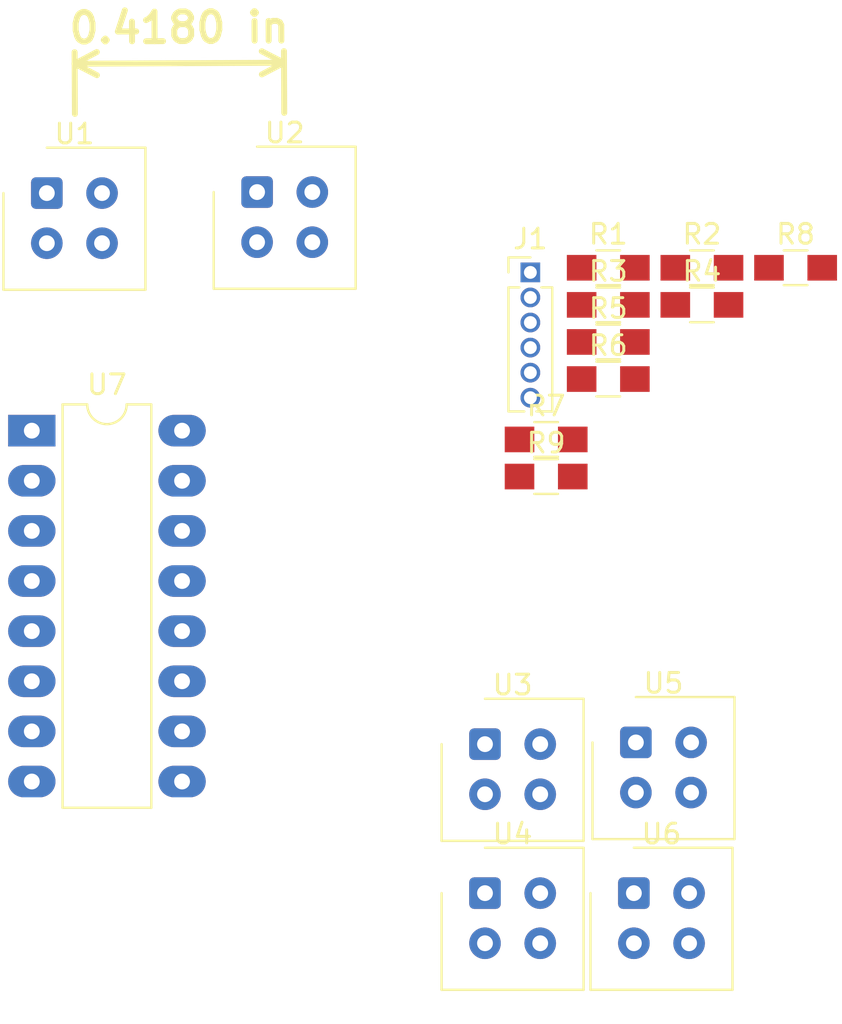
<source format=kicad_pcb>
(kicad_pcb (version 20171130) (host pcbnew "(5.0.1)-4")

  (general
    (thickness 1.6)
    (drawings 1)
    (tracks 0)
    (zones 0)
    (modules 17)
    (nets 19)
  )

  (page A4)
  (layers
    (0 F.Cu signal)
    (31 B.Cu signal)
    (32 B.Adhes user)
    (33 F.Adhes user)
    (34 B.Paste user)
    (35 F.Paste user)
    (36 B.SilkS user)
    (37 F.SilkS user)
    (38 B.Mask user)
    (39 F.Mask user)
    (40 Dwgs.User user)
    (41 Cmts.User user)
    (42 Eco1.User user)
    (43 Eco2.User user)
    (44 Edge.Cuts user)
    (45 Margin user)
    (46 B.CrtYd user)
    (47 F.CrtYd user)
    (48 B.Fab user)
    (49 F.Fab user)
  )

  (setup
    (last_trace_width 0.25)
    (trace_clearance 0.2)
    (zone_clearance 0.508)
    (zone_45_only no)
    (trace_min 0.2)
    (segment_width 0.2)
    (edge_width 0.15)
    (via_size 0.8)
    (via_drill 0.4)
    (via_min_size 0.4)
    (via_min_drill 0.3)
    (uvia_size 0.3)
    (uvia_drill 0.1)
    (uvias_allowed no)
    (uvia_min_size 0.2)
    (uvia_min_drill 0.1)
    (pcb_text_width 0.3)
    (pcb_text_size 1.5 1.5)
    (mod_edge_width 0.15)
    (mod_text_size 1 1)
    (mod_text_width 0.15)
    (pad_size 1.524 1.524)
    (pad_drill 0.762)
    (pad_to_mask_clearance 0.051)
    (solder_mask_min_width 0.25)
    (aux_axis_origin 0 0)
    (visible_elements 7FFFFFFF)
    (pcbplotparams
      (layerselection 0x010fc_ffffffff)
      (usegerberextensions false)
      (usegerberattributes false)
      (usegerberadvancedattributes false)
      (creategerberjobfile false)
      (excludeedgelayer true)
      (linewidth 0.100000)
      (plotframeref false)
      (viasonmask false)
      (mode 1)
      (useauxorigin false)
      (hpglpennumber 1)
      (hpglpenspeed 20)
      (hpglpendiameter 15.000000)
      (psnegative false)
      (psa4output false)
      (plotreference true)
      (plotvalue true)
      (plotinvisibletext false)
      (padsonsilk false)
      (subtractmaskfromsilk false)
      (outputformat 1)
      (mirror false)
      (drillshape 1)
      (scaleselection 1)
      (outputdirectory ""))
  )

  (net 0 "")
  (net 1 /linea_selec)
  (net 2 /linea3)
  (net 3 /linea2)
  (net 4 /linea1)
  (net 5 GND)
  (net 6 +5V)
  (net 7 "Net-(R1-Pad2)")
  (net 8 "Net-(R1-Pad1)")
  (net 9 /sensor4)
  (net 10 /sensor1)
  (net 11 "Net-(R4-Pad1)")
  (net 12 "Net-(R4-Pad2)")
  (net 13 /sensor2)
  (net 14 /sensor5)
  (net 15 "Net-(R7-Pad2)")
  (net 16 "Net-(R7-Pad1)")
  (net 17 /sensor3)
  (net 18 /sensor6)

  (net_class Default "Esta es la clase de red por defecto."
    (clearance 0.2)
    (trace_width 0.25)
    (via_dia 0.8)
    (via_drill 0.4)
    (uvia_dia 0.3)
    (uvia_drill 0.1)
    (add_net +5V)
    (add_net /linea1)
    (add_net /linea2)
    (add_net /linea3)
    (add_net /linea_selec)
    (add_net /sensor1)
    (add_net /sensor2)
    (add_net /sensor3)
    (add_net /sensor4)
    (add_net /sensor5)
    (add_net /sensor6)
    (add_net GND)
    (add_net "Net-(R1-Pad1)")
    (add_net "Net-(R1-Pad2)")
    (add_net "Net-(R4-Pad1)")
    (add_net "Net-(R4-Pad2)")
    (add_net "Net-(R7-Pad1)")
    (add_net "Net-(R7-Pad2)")
  )

  (module Pin_Headers:Pin_Header_Straight_1x06_Pitch1.27mm (layer F.Cu) (tedit 59650535) (tstamp 5BF00754)
    (at 120.785401 60.915801)
    (descr "Through hole straight pin header, 1x06, 1.27mm pitch, single row")
    (tags "Through hole pin header THT 1x06 1.27mm single row")
    (path /5BF40C6D)
    (fp_text reference J1 (at 0 -1.695) (layer F.SilkS)
      (effects (font (size 1 1) (thickness 0.15)))
    )
    (fp_text value Conn_01x06_Female (at 0 8.045) (layer F.Fab)
      (effects (font (size 1 1) (thickness 0.15)))
    )
    (fp_text user %R (at 0 3.175 90) (layer F.Fab)
      (effects (font (size 1 1) (thickness 0.15)))
    )
    (fp_line (start 1.55 -1.15) (end -1.55 -1.15) (layer F.CrtYd) (width 0.05))
    (fp_line (start 1.55 7.5) (end 1.55 -1.15) (layer F.CrtYd) (width 0.05))
    (fp_line (start -1.55 7.5) (end 1.55 7.5) (layer F.CrtYd) (width 0.05))
    (fp_line (start -1.55 -1.15) (end -1.55 7.5) (layer F.CrtYd) (width 0.05))
    (fp_line (start -1.11 -0.76) (end 0 -0.76) (layer F.SilkS) (width 0.12))
    (fp_line (start -1.11 0) (end -1.11 -0.76) (layer F.SilkS) (width 0.12))
    (fp_line (start 0.563471 0.76) (end 1.11 0.76) (layer F.SilkS) (width 0.12))
    (fp_line (start -1.11 0.76) (end -0.563471 0.76) (layer F.SilkS) (width 0.12))
    (fp_line (start 1.11 0.76) (end 1.11 7.045) (layer F.SilkS) (width 0.12))
    (fp_line (start -1.11 0.76) (end -1.11 7.045) (layer F.SilkS) (width 0.12))
    (fp_line (start 0.30753 7.045) (end 1.11 7.045) (layer F.SilkS) (width 0.12))
    (fp_line (start -1.11 7.045) (end -0.30753 7.045) (layer F.SilkS) (width 0.12))
    (fp_line (start -1.05 -0.11) (end -0.525 -0.635) (layer F.Fab) (width 0.1))
    (fp_line (start -1.05 6.985) (end -1.05 -0.11) (layer F.Fab) (width 0.1))
    (fp_line (start 1.05 6.985) (end -1.05 6.985) (layer F.Fab) (width 0.1))
    (fp_line (start 1.05 -0.635) (end 1.05 6.985) (layer F.Fab) (width 0.1))
    (fp_line (start -0.525 -0.635) (end 1.05 -0.635) (layer F.Fab) (width 0.1))
    (pad 6 thru_hole oval (at 0 6.35) (size 1 1) (drill 0.65) (layers *.Cu *.Mask)
      (net 1 /linea_selec))
    (pad 5 thru_hole oval (at 0 5.08) (size 1 1) (drill 0.65) (layers *.Cu *.Mask)
      (net 2 /linea3))
    (pad 4 thru_hole oval (at 0 3.81) (size 1 1) (drill 0.65) (layers *.Cu *.Mask)
      (net 3 /linea2))
    (pad 3 thru_hole oval (at 0 2.54) (size 1 1) (drill 0.65) (layers *.Cu *.Mask)
      (net 4 /linea1))
    (pad 2 thru_hole oval (at 0 1.27) (size 1 1) (drill 0.65) (layers *.Cu *.Mask)
      (net 5 GND))
    (pad 1 thru_hole rect (at 0 0) (size 1 1) (drill 0.65) (layers *.Cu *.Mask)
      (net 6 +5V))
    (model ${KISYS3DMOD}/Pin_Headers.3dshapes/Pin_Header_Straight_1x06_Pitch1.27mm.wrl
      (at (xyz 0 0 0))
      (scale (xyz 1 1 1))
      (rotate (xyz 0 0 0))
    )
  )

  (module Resistors_SMD:R_0805_HandSoldering (layer F.Cu) (tedit 58E0A804) (tstamp 5BF00765)
    (at 124.735401 60.680801)
    (descr "Resistor SMD 0805, hand soldering")
    (tags "resistor 0805")
    (path /5BF1B124)
    (attr smd)
    (fp_text reference R1 (at 0 -1.7) (layer F.SilkS)
      (effects (font (size 1 1) (thickness 0.15)))
    )
    (fp_text value 82 (at 0 1.75) (layer F.Fab)
      (effects (font (size 1 1) (thickness 0.15)))
    )
    (fp_line (start 2.35 0.9) (end -2.35 0.9) (layer F.CrtYd) (width 0.05))
    (fp_line (start 2.35 0.9) (end 2.35 -0.9) (layer F.CrtYd) (width 0.05))
    (fp_line (start -2.35 -0.9) (end -2.35 0.9) (layer F.CrtYd) (width 0.05))
    (fp_line (start -2.35 -0.9) (end 2.35 -0.9) (layer F.CrtYd) (width 0.05))
    (fp_line (start -0.6 -0.88) (end 0.6 -0.88) (layer F.SilkS) (width 0.12))
    (fp_line (start 0.6 0.88) (end -0.6 0.88) (layer F.SilkS) (width 0.12))
    (fp_line (start -1 -0.62) (end 1 -0.62) (layer F.Fab) (width 0.1))
    (fp_line (start 1 -0.62) (end 1 0.62) (layer F.Fab) (width 0.1))
    (fp_line (start 1 0.62) (end -1 0.62) (layer F.Fab) (width 0.1))
    (fp_line (start -1 0.62) (end -1 -0.62) (layer F.Fab) (width 0.1))
    (fp_text user %R (at 0 0) (layer F.Fab)
      (effects (font (size 0.5 0.5) (thickness 0.075)))
    )
    (pad 2 smd rect (at 1.35 0) (size 1.5 1.3) (layers F.Cu F.Paste F.Mask)
      (net 7 "Net-(R1-Pad2)"))
    (pad 1 smd rect (at -1.35 0) (size 1.5 1.3) (layers F.Cu F.Paste F.Mask)
      (net 8 "Net-(R1-Pad1)"))
    (model ${KISYS3DMOD}/Resistors_SMD.3dshapes/R_0805.wrl
      (at (xyz 0 0 0))
      (scale (xyz 1 1 1))
      (rotate (xyz 0 0 0))
    )
  )

  (module Resistors_SMD:R_0805_HandSoldering (layer F.Cu) (tedit 58E0A804) (tstamp 5BF00776)
    (at 129.485401 60.680801)
    (descr "Resistor SMD 0805, hand soldering")
    (tags "resistor 0805")
    (path /5BEFFAFD)
    (attr smd)
    (fp_text reference R2 (at 0 -1.7) (layer F.SilkS)
      (effects (font (size 1 1) (thickness 0.15)))
    )
    (fp_text value 10k (at 0 1.75) (layer F.Fab)
      (effects (font (size 1 1) (thickness 0.15)))
    )
    (fp_line (start 2.35 0.9) (end -2.35 0.9) (layer F.CrtYd) (width 0.05))
    (fp_line (start 2.35 0.9) (end 2.35 -0.9) (layer F.CrtYd) (width 0.05))
    (fp_line (start -2.35 -0.9) (end -2.35 0.9) (layer F.CrtYd) (width 0.05))
    (fp_line (start -2.35 -0.9) (end 2.35 -0.9) (layer F.CrtYd) (width 0.05))
    (fp_line (start -0.6 -0.88) (end 0.6 -0.88) (layer F.SilkS) (width 0.12))
    (fp_line (start 0.6 0.88) (end -0.6 0.88) (layer F.SilkS) (width 0.12))
    (fp_line (start -1 -0.62) (end 1 -0.62) (layer F.Fab) (width 0.1))
    (fp_line (start 1 -0.62) (end 1 0.62) (layer F.Fab) (width 0.1))
    (fp_line (start 1 0.62) (end -1 0.62) (layer F.Fab) (width 0.1))
    (fp_line (start -1 0.62) (end -1 -0.62) (layer F.Fab) (width 0.1))
    (fp_text user %R (at 0 0) (layer F.Fab)
      (effects (font (size 0.5 0.5) (thickness 0.075)))
    )
    (pad 2 smd rect (at 1.35 0) (size 1.5 1.3) (layers F.Cu F.Paste F.Mask)
      (net 9 /sensor4))
    (pad 1 smd rect (at -1.35 0) (size 1.5 1.3) (layers F.Cu F.Paste F.Mask)
      (net 6 +5V))
    (model ${KISYS3DMOD}/Resistors_SMD.3dshapes/R_0805.wrl
      (at (xyz 0 0 0))
      (scale (xyz 1 1 1))
      (rotate (xyz 0 0 0))
    )
  )

  (module Resistors_SMD:R_0805_HandSoldering (layer F.Cu) (tedit 58E0A804) (tstamp 5BF00787)
    (at 124.735401 62.560801)
    (descr "Resistor SMD 0805, hand soldering")
    (tags "resistor 0805")
    (path /5BEFFA29)
    (attr smd)
    (fp_text reference R3 (at 0 -1.7) (layer F.SilkS)
      (effects (font (size 1 1) (thickness 0.15)))
    )
    (fp_text value 10k (at 0 1.75) (layer F.Fab)
      (effects (font (size 1 1) (thickness 0.15)))
    )
    (fp_text user %R (at 0 0) (layer F.Fab)
      (effects (font (size 0.5 0.5) (thickness 0.075)))
    )
    (fp_line (start -1 0.62) (end -1 -0.62) (layer F.Fab) (width 0.1))
    (fp_line (start 1 0.62) (end -1 0.62) (layer F.Fab) (width 0.1))
    (fp_line (start 1 -0.62) (end 1 0.62) (layer F.Fab) (width 0.1))
    (fp_line (start -1 -0.62) (end 1 -0.62) (layer F.Fab) (width 0.1))
    (fp_line (start 0.6 0.88) (end -0.6 0.88) (layer F.SilkS) (width 0.12))
    (fp_line (start -0.6 -0.88) (end 0.6 -0.88) (layer F.SilkS) (width 0.12))
    (fp_line (start -2.35 -0.9) (end 2.35 -0.9) (layer F.CrtYd) (width 0.05))
    (fp_line (start -2.35 -0.9) (end -2.35 0.9) (layer F.CrtYd) (width 0.05))
    (fp_line (start 2.35 0.9) (end 2.35 -0.9) (layer F.CrtYd) (width 0.05))
    (fp_line (start 2.35 0.9) (end -2.35 0.9) (layer F.CrtYd) (width 0.05))
    (pad 1 smd rect (at -1.35 0) (size 1.5 1.3) (layers F.Cu F.Paste F.Mask)
      (net 6 +5V))
    (pad 2 smd rect (at 1.35 0) (size 1.5 1.3) (layers F.Cu F.Paste F.Mask)
      (net 10 /sensor1))
    (model ${KISYS3DMOD}/Resistors_SMD.3dshapes/R_0805.wrl
      (at (xyz 0 0 0))
      (scale (xyz 1 1 1))
      (rotate (xyz 0 0 0))
    )
  )

  (module Resistors_SMD:R_0805_HandSoldering (layer F.Cu) (tedit 58E0A804) (tstamp 5BF00798)
    (at 129.485401 62.560801)
    (descr "Resistor SMD 0805, hand soldering")
    (tags "resistor 0805")
    (path /5BF1C11B)
    (attr smd)
    (fp_text reference R4 (at 0 -1.7) (layer F.SilkS)
      (effects (font (size 1 1) (thickness 0.15)))
    )
    (fp_text value 82 (at 0 1.75) (layer F.Fab)
      (effects (font (size 1 1) (thickness 0.15)))
    )
    (fp_text user %R (at 0 0) (layer F.Fab)
      (effects (font (size 0.5 0.5) (thickness 0.075)))
    )
    (fp_line (start -1 0.62) (end -1 -0.62) (layer F.Fab) (width 0.1))
    (fp_line (start 1 0.62) (end -1 0.62) (layer F.Fab) (width 0.1))
    (fp_line (start 1 -0.62) (end 1 0.62) (layer F.Fab) (width 0.1))
    (fp_line (start -1 -0.62) (end 1 -0.62) (layer F.Fab) (width 0.1))
    (fp_line (start 0.6 0.88) (end -0.6 0.88) (layer F.SilkS) (width 0.12))
    (fp_line (start -0.6 -0.88) (end 0.6 -0.88) (layer F.SilkS) (width 0.12))
    (fp_line (start -2.35 -0.9) (end 2.35 -0.9) (layer F.CrtYd) (width 0.05))
    (fp_line (start -2.35 -0.9) (end -2.35 0.9) (layer F.CrtYd) (width 0.05))
    (fp_line (start 2.35 0.9) (end 2.35 -0.9) (layer F.CrtYd) (width 0.05))
    (fp_line (start 2.35 0.9) (end -2.35 0.9) (layer F.CrtYd) (width 0.05))
    (pad 1 smd rect (at -1.35 0) (size 1.5 1.3) (layers F.Cu F.Paste F.Mask)
      (net 11 "Net-(R4-Pad1)"))
    (pad 2 smd rect (at 1.35 0) (size 1.5 1.3) (layers F.Cu F.Paste F.Mask)
      (net 12 "Net-(R4-Pad2)"))
    (model ${KISYS3DMOD}/Resistors_SMD.3dshapes/R_0805.wrl
      (at (xyz 0 0 0))
      (scale (xyz 1 1 1))
      (rotate (xyz 0 0 0))
    )
  )

  (module Resistors_SMD:R_0805_HandSoldering (layer F.Cu) (tedit 58E0A804) (tstamp 5BF007A9)
    (at 124.735401 64.440801)
    (descr "Resistor SMD 0805, hand soldering")
    (tags "resistor 0805")
    (path /5BEFFA81)
    (attr smd)
    (fp_text reference R5 (at 0 -1.7) (layer F.SilkS)
      (effects (font (size 1 1) (thickness 0.15)))
    )
    (fp_text value 10k (at 0 1.75) (layer F.Fab)
      (effects (font (size 1 1) (thickness 0.15)))
    )
    (fp_line (start 2.35 0.9) (end -2.35 0.9) (layer F.CrtYd) (width 0.05))
    (fp_line (start 2.35 0.9) (end 2.35 -0.9) (layer F.CrtYd) (width 0.05))
    (fp_line (start -2.35 -0.9) (end -2.35 0.9) (layer F.CrtYd) (width 0.05))
    (fp_line (start -2.35 -0.9) (end 2.35 -0.9) (layer F.CrtYd) (width 0.05))
    (fp_line (start -0.6 -0.88) (end 0.6 -0.88) (layer F.SilkS) (width 0.12))
    (fp_line (start 0.6 0.88) (end -0.6 0.88) (layer F.SilkS) (width 0.12))
    (fp_line (start -1 -0.62) (end 1 -0.62) (layer F.Fab) (width 0.1))
    (fp_line (start 1 -0.62) (end 1 0.62) (layer F.Fab) (width 0.1))
    (fp_line (start 1 0.62) (end -1 0.62) (layer F.Fab) (width 0.1))
    (fp_line (start -1 0.62) (end -1 -0.62) (layer F.Fab) (width 0.1))
    (fp_text user %R (at 0 0) (layer F.Fab)
      (effects (font (size 0.5 0.5) (thickness 0.075)))
    )
    (pad 2 smd rect (at 1.35 0) (size 1.5 1.3) (layers F.Cu F.Paste F.Mask)
      (net 13 /sensor2))
    (pad 1 smd rect (at -1.35 0) (size 1.5 1.3) (layers F.Cu F.Paste F.Mask)
      (net 6 +5V))
    (model ${KISYS3DMOD}/Resistors_SMD.3dshapes/R_0805.wrl
      (at (xyz 0 0 0))
      (scale (xyz 1 1 1))
      (rotate (xyz 0 0 0))
    )
  )

  (module Resistors_SMD:R_0805_HandSoldering (layer F.Cu) (tedit 58E0A804) (tstamp 5BF007BA)
    (at 124.735401 66.320801)
    (descr "Resistor SMD 0805, hand soldering")
    (tags "resistor 0805")
    (path /5BEFFB37)
    (attr smd)
    (fp_text reference R6 (at 0 -1.7) (layer F.SilkS)
      (effects (font (size 1 1) (thickness 0.15)))
    )
    (fp_text value 10k (at 0 1.75) (layer F.Fab)
      (effects (font (size 1 1) (thickness 0.15)))
    )
    (fp_line (start 2.35 0.9) (end -2.35 0.9) (layer F.CrtYd) (width 0.05))
    (fp_line (start 2.35 0.9) (end 2.35 -0.9) (layer F.CrtYd) (width 0.05))
    (fp_line (start -2.35 -0.9) (end -2.35 0.9) (layer F.CrtYd) (width 0.05))
    (fp_line (start -2.35 -0.9) (end 2.35 -0.9) (layer F.CrtYd) (width 0.05))
    (fp_line (start -0.6 -0.88) (end 0.6 -0.88) (layer F.SilkS) (width 0.12))
    (fp_line (start 0.6 0.88) (end -0.6 0.88) (layer F.SilkS) (width 0.12))
    (fp_line (start -1 -0.62) (end 1 -0.62) (layer F.Fab) (width 0.1))
    (fp_line (start 1 -0.62) (end 1 0.62) (layer F.Fab) (width 0.1))
    (fp_line (start 1 0.62) (end -1 0.62) (layer F.Fab) (width 0.1))
    (fp_line (start -1 0.62) (end -1 -0.62) (layer F.Fab) (width 0.1))
    (fp_text user %R (at 0 0) (layer F.Fab)
      (effects (font (size 0.5 0.5) (thickness 0.075)))
    )
    (pad 2 smd rect (at 1.35 0) (size 1.5 1.3) (layers F.Cu F.Paste F.Mask)
      (net 14 /sensor5))
    (pad 1 smd rect (at -1.35 0) (size 1.5 1.3) (layers F.Cu F.Paste F.Mask)
      (net 6 +5V))
    (model ${KISYS3DMOD}/Resistors_SMD.3dshapes/R_0805.wrl
      (at (xyz 0 0 0))
      (scale (xyz 1 1 1))
      (rotate (xyz 0 0 0))
    )
  )

  (module Resistors_SMD:R_0805_HandSoldering (layer F.Cu) (tedit 58E0A804) (tstamp 5BF007CB)
    (at 121.585401 69.380801)
    (descr "Resistor SMD 0805, hand soldering")
    (tags "resistor 0805")
    (path /5BF1C177)
    (attr smd)
    (fp_text reference R7 (at 0 -1.7) (layer F.SilkS)
      (effects (font (size 1 1) (thickness 0.15)))
    )
    (fp_text value 82 (at 0 1.75) (layer F.Fab)
      (effects (font (size 1 1) (thickness 0.15)))
    )
    (fp_line (start 2.35 0.9) (end -2.35 0.9) (layer F.CrtYd) (width 0.05))
    (fp_line (start 2.35 0.9) (end 2.35 -0.9) (layer F.CrtYd) (width 0.05))
    (fp_line (start -2.35 -0.9) (end -2.35 0.9) (layer F.CrtYd) (width 0.05))
    (fp_line (start -2.35 -0.9) (end 2.35 -0.9) (layer F.CrtYd) (width 0.05))
    (fp_line (start -0.6 -0.88) (end 0.6 -0.88) (layer F.SilkS) (width 0.12))
    (fp_line (start 0.6 0.88) (end -0.6 0.88) (layer F.SilkS) (width 0.12))
    (fp_line (start -1 -0.62) (end 1 -0.62) (layer F.Fab) (width 0.1))
    (fp_line (start 1 -0.62) (end 1 0.62) (layer F.Fab) (width 0.1))
    (fp_line (start 1 0.62) (end -1 0.62) (layer F.Fab) (width 0.1))
    (fp_line (start -1 0.62) (end -1 -0.62) (layer F.Fab) (width 0.1))
    (fp_text user %R (at 0 0) (layer F.Fab)
      (effects (font (size 0.5 0.5) (thickness 0.075)))
    )
    (pad 2 smd rect (at 1.35 0) (size 1.5 1.3) (layers F.Cu F.Paste F.Mask)
      (net 15 "Net-(R7-Pad2)"))
    (pad 1 smd rect (at -1.35 0) (size 1.5 1.3) (layers F.Cu F.Paste F.Mask)
      (net 16 "Net-(R7-Pad1)"))
    (model ${KISYS3DMOD}/Resistors_SMD.3dshapes/R_0805.wrl
      (at (xyz 0 0 0))
      (scale (xyz 1 1 1))
      (rotate (xyz 0 0 0))
    )
  )

  (module Resistors_SMD:R_0805_HandSoldering (layer F.Cu) (tedit 58E0A804) (tstamp 5BF007DC)
    (at 134.235401 60.680801)
    (descr "Resistor SMD 0805, hand soldering")
    (tags "resistor 0805")
    (path /5BEFFABB)
    (attr smd)
    (fp_text reference R8 (at 0 -1.7) (layer F.SilkS)
      (effects (font (size 1 1) (thickness 0.15)))
    )
    (fp_text value 10k (at 0 1.75) (layer F.Fab)
      (effects (font (size 1 1) (thickness 0.15)))
    )
    (fp_text user %R (at 0 0) (layer F.Fab)
      (effects (font (size 0.5 0.5) (thickness 0.075)))
    )
    (fp_line (start -1 0.62) (end -1 -0.62) (layer F.Fab) (width 0.1))
    (fp_line (start 1 0.62) (end -1 0.62) (layer F.Fab) (width 0.1))
    (fp_line (start 1 -0.62) (end 1 0.62) (layer F.Fab) (width 0.1))
    (fp_line (start -1 -0.62) (end 1 -0.62) (layer F.Fab) (width 0.1))
    (fp_line (start 0.6 0.88) (end -0.6 0.88) (layer F.SilkS) (width 0.12))
    (fp_line (start -0.6 -0.88) (end 0.6 -0.88) (layer F.SilkS) (width 0.12))
    (fp_line (start -2.35 -0.9) (end 2.35 -0.9) (layer F.CrtYd) (width 0.05))
    (fp_line (start -2.35 -0.9) (end -2.35 0.9) (layer F.CrtYd) (width 0.05))
    (fp_line (start 2.35 0.9) (end 2.35 -0.9) (layer F.CrtYd) (width 0.05))
    (fp_line (start 2.35 0.9) (end -2.35 0.9) (layer F.CrtYd) (width 0.05))
    (pad 1 smd rect (at -1.35 0) (size 1.5 1.3) (layers F.Cu F.Paste F.Mask)
      (net 6 +5V))
    (pad 2 smd rect (at 1.35 0) (size 1.5 1.3) (layers F.Cu F.Paste F.Mask)
      (net 17 /sensor3))
    (model ${KISYS3DMOD}/Resistors_SMD.3dshapes/R_0805.wrl
      (at (xyz 0 0 0))
      (scale (xyz 1 1 1))
      (rotate (xyz 0 0 0))
    )
  )

  (module Resistors_SMD:R_0805_HandSoldering (layer F.Cu) (tedit 58E0A804) (tstamp 5BF007ED)
    (at 121.585401 71.260801)
    (descr "Resistor SMD 0805, hand soldering")
    (tags "resistor 0805")
    (path /5BEFFB73)
    (attr smd)
    (fp_text reference R9 (at 0 -1.7) (layer F.SilkS)
      (effects (font (size 1 1) (thickness 0.15)))
    )
    (fp_text value 10k (at 0 1.75) (layer F.Fab)
      (effects (font (size 1 1) (thickness 0.15)))
    )
    (fp_text user %R (at 0 0) (layer F.Fab)
      (effects (font (size 0.5 0.5) (thickness 0.075)))
    )
    (fp_line (start -1 0.62) (end -1 -0.62) (layer F.Fab) (width 0.1))
    (fp_line (start 1 0.62) (end -1 0.62) (layer F.Fab) (width 0.1))
    (fp_line (start 1 -0.62) (end 1 0.62) (layer F.Fab) (width 0.1))
    (fp_line (start -1 -0.62) (end 1 -0.62) (layer F.Fab) (width 0.1))
    (fp_line (start 0.6 0.88) (end -0.6 0.88) (layer F.SilkS) (width 0.12))
    (fp_line (start -0.6 -0.88) (end 0.6 -0.88) (layer F.SilkS) (width 0.12))
    (fp_line (start -2.35 -0.9) (end 2.35 -0.9) (layer F.CrtYd) (width 0.05))
    (fp_line (start -2.35 -0.9) (end -2.35 0.9) (layer F.CrtYd) (width 0.05))
    (fp_line (start 2.35 0.9) (end 2.35 -0.9) (layer F.CrtYd) (width 0.05))
    (fp_line (start 2.35 0.9) (end -2.35 0.9) (layer F.CrtYd) (width 0.05))
    (pad 1 smd rect (at -1.35 0) (size 1.5 1.3) (layers F.Cu F.Paste F.Mask)
      (net 6 +5V))
    (pad 2 smd rect (at 1.35 0) (size 1.5 1.3) (layers F.Cu F.Paste F.Mask)
      (net 18 /sensor6))
    (model ${KISYS3DMOD}/Resistors_SMD.3dshapes/R_0805.wrl
      (at (xyz 0 0 0))
      (scale (xyz 1 1 1))
      (rotate (xyz 0 0 0))
    )
  )

  (module Housings_DIP:DIP-16_W7.62mm_LongPads (layer F.Cu) (tedit 59C78D6B) (tstamp 5BF00811)
    (at 95.504 68.9356)
    (descr "16-lead though-hole mounted DIP package, row spacing 7.62 mm (300 mils), LongPads")
    (tags "THT DIP DIL PDIP 2.54mm 7.62mm 300mil LongPads")
    (path /5BF204D5)
    (fp_text reference U7 (at 3.81 -2.33) (layer F.SilkS)
      (effects (font (size 1 1) (thickness 0.15)))
    )
    (fp_text value 4053 (at 3.81 20.11) (layer F.Fab)
      (effects (font (size 1 1) (thickness 0.15)))
    )
    (fp_text user %R (at 3.81 8.89) (layer F.Fab)
      (effects (font (size 1 1) (thickness 0.15)))
    )
    (fp_line (start 9.1 -1.55) (end -1.45 -1.55) (layer F.CrtYd) (width 0.05))
    (fp_line (start 9.1 19.3) (end 9.1 -1.55) (layer F.CrtYd) (width 0.05))
    (fp_line (start -1.45 19.3) (end 9.1 19.3) (layer F.CrtYd) (width 0.05))
    (fp_line (start -1.45 -1.55) (end -1.45 19.3) (layer F.CrtYd) (width 0.05))
    (fp_line (start 6.06 -1.33) (end 4.81 -1.33) (layer F.SilkS) (width 0.12))
    (fp_line (start 6.06 19.11) (end 6.06 -1.33) (layer F.SilkS) (width 0.12))
    (fp_line (start 1.56 19.11) (end 6.06 19.11) (layer F.SilkS) (width 0.12))
    (fp_line (start 1.56 -1.33) (end 1.56 19.11) (layer F.SilkS) (width 0.12))
    (fp_line (start 2.81 -1.33) (end 1.56 -1.33) (layer F.SilkS) (width 0.12))
    (fp_line (start 0.635 -0.27) (end 1.635 -1.27) (layer F.Fab) (width 0.1))
    (fp_line (start 0.635 19.05) (end 0.635 -0.27) (layer F.Fab) (width 0.1))
    (fp_line (start 6.985 19.05) (end 0.635 19.05) (layer F.Fab) (width 0.1))
    (fp_line (start 6.985 -1.27) (end 6.985 19.05) (layer F.Fab) (width 0.1))
    (fp_line (start 1.635 -1.27) (end 6.985 -1.27) (layer F.Fab) (width 0.1))
    (fp_arc (start 3.81 -1.33) (end 2.81 -1.33) (angle -180) (layer F.SilkS) (width 0.12))
    (pad 16 thru_hole oval (at 7.62 0) (size 2.4 1.6) (drill 0.8) (layers *.Cu *.Mask)
      (net 6 +5V))
    (pad 8 thru_hole oval (at 0 17.78) (size 2.4 1.6) (drill 0.8) (layers *.Cu *.Mask)
      (net 5 GND))
    (pad 15 thru_hole oval (at 7.62 2.54) (size 2.4 1.6) (drill 0.8) (layers *.Cu *.Mask)
      (net 3 /linea2))
    (pad 7 thru_hole oval (at 0 15.24) (size 2.4 1.6) (drill 0.8) (layers *.Cu *.Mask)
      (net 5 GND))
    (pad 14 thru_hole oval (at 7.62 5.08) (size 2.4 1.6) (drill 0.8) (layers *.Cu *.Mask)
      (net 4 /linea1))
    (pad 6 thru_hole oval (at 0 12.7) (size 2.4 1.6) (drill 0.8) (layers *.Cu *.Mask)
      (net 5 GND))
    (pad 13 thru_hole oval (at 7.62 7.62) (size 2.4 1.6) (drill 0.8) (layers *.Cu *.Mask)
      (net 13 /sensor2))
    (pad 5 thru_hole oval (at 0 10.16) (size 2.4 1.6) (drill 0.8) (layers *.Cu *.Mask)
      (net 14 /sensor5))
    (pad 12 thru_hole oval (at 7.62 10.16) (size 2.4 1.6) (drill 0.8) (layers *.Cu *.Mask)
      (net 10 /sensor1))
    (pad 4 thru_hole oval (at 0 7.62) (size 2.4 1.6) (drill 0.8) (layers *.Cu *.Mask)
      (net 2 /linea3))
    (pad 11 thru_hole oval (at 7.62 12.7) (size 2.4 1.6) (drill 0.8) (layers *.Cu *.Mask)
      (net 1 /linea_selec))
    (pad 3 thru_hole oval (at 0 5.08) (size 2.4 1.6) (drill 0.8) (layers *.Cu *.Mask)
      (net 18 /sensor6))
    (pad 10 thru_hole oval (at 7.62 15.24) (size 2.4 1.6) (drill 0.8) (layers *.Cu *.Mask)
      (net 1 /linea_selec))
    (pad 2 thru_hole oval (at 0 2.54) (size 2.4 1.6) (drill 0.8) (layers *.Cu *.Mask)
      (net 17 /sensor3))
    (pad 9 thru_hole oval (at 7.62 17.78) (size 2.4 1.6) (drill 0.8) (layers *.Cu *.Mask)
      (net 1 /linea_selec))
    (pad 1 thru_hole rect (at 0 0) (size 2.4 1.6) (drill 0.8) (layers *.Cu *.Mask)
      (net 9 /sensor4))
    (model ${KISYS3DMOD}/Housings_DIP.3dshapes/DIP-16_W7.62mm.wrl
      (at (xyz 0 0 0))
      (scale (xyz 1 1 1))
      (rotate (xyz 0 0 0))
    )
  )

  (module OptoDevice:Vishay_CNY70 (layer F.Cu) (tedit 5B8AF8E9) (tstamp 5BF01AA2)
    (at 96.266 56.896)
    (descr "package for Vishay CNY70 refective photo coupler/interrupter")
    (tags "Vishay CNY70 refective photo coupler")
    (path /5BEFF33A)
    (fp_text reference U1 (at 1.4 -3) (layer F.SilkS)
      (effects (font (size 1 1) (thickness 0.15)))
    )
    (fp_text value CNY70 (at 1.4 5.8) (layer F.Fab)
      (effects (font (size 1 1) (thickness 0.15)))
    )
    (fp_text user %R (at 1.333399 -3.084601) (layer F.Fab)
      (effects (font (size 1 1) (thickness 0.15)))
    )
    (fp_line (start 5 4.9) (end 5 -2.3) (layer F.SilkS) (width 0.12))
    (fp_line (start -2.2 4.9) (end 5 4.9) (layer F.SilkS) (width 0.12))
    (fp_line (start -2.2 0) (end -2.2 4.9) (layer F.SilkS) (width 0.12))
    (fp_line (start 5 -2.3) (end 0 -2.3) (layer F.SilkS) (width 0.12))
    (fp_line (start -1.1 3.9) (end 3.9 3.9) (layer F.Fab) (width 0.1))
    (fp_line (start -1.1 -1.2) (end -1.1 3.9) (layer F.Fab) (width 0.1))
    (fp_line (start 3.9 -1.2) (end -1.1 -1.2) (layer F.Fab) (width 0.1))
    (fp_line (start 3.9 3.9) (end 3.9 -1.2) (layer F.Fab) (width 0.1))
    (fp_line (start 1.2 4.5) (end 1.2 4.8) (layer F.Fab) (width 0.1))
    (fp_line (start 1.6 4.5) (end 1.2 4.5) (layer F.Fab) (width 0.1))
    (fp_line (start 1.6 4.8) (end 1.6 4.5) (layer F.Fab) (width 0.1))
    (fp_line (start 1.6 -1.9) (end 1.6 -2.2) (layer F.Fab) (width 0.1))
    (fp_line (start 1.2 -1.9) (end 1.6 -1.9) (layer F.Fab) (width 0.1))
    (fp_line (start 1.2 -2.2) (end 1.2 -1.9) (layer F.Fab) (width 0.1))
    (fp_line (start -2.1 -1.2) (end -1.1 -2.2) (layer F.Fab) (width 0.1))
    (fp_line (start -2.1 4.8) (end -2.1 -1.2) (layer F.Fab) (width 0.1))
    (fp_line (start 4.9 4.8) (end -2.1 4.8) (layer F.Fab) (width 0.1))
    (fp_line (start 4.9 -2.2) (end 4.9 4.8) (layer F.Fab) (width 0.1))
    (fp_line (start -1.1 -2.2) (end 4.9 -2.2) (layer F.Fab) (width 0.1))
    (fp_line (start -2.35 -2.45) (end 5.15 -2.45) (layer F.CrtYd) (width 0.05))
    (fp_line (start -2.35 -2.45) (end -2.35 5.05) (layer F.CrtYd) (width 0.05))
    (fp_line (start 5.15 5.05) (end 5.15 -2.45) (layer F.CrtYd) (width 0.05))
    (fp_line (start 5.15 5.05) (end -2.35 5.05) (layer F.CrtYd) (width 0.05))
    (pad 4 thru_hole circle (at 2.8 0) (size 1.6 1.6) (drill 0.8) (layers *.Cu *.Mask)
      (net 5 GND))
    (pad 3 thru_hole circle (at 2.8 2.54) (size 1.6 1.6) (drill 0.8) (layers *.Cu *.Mask)
      (net 9 /sensor4))
    (pad 2 thru_hole circle (at 0 2.54) (size 1.6 1.6) (drill 0.8) (layers *.Cu *.Mask)
      (net 5 GND))
    (pad 1 thru_hole roundrect (at 0 0) (size 1.6 1.6) (drill 0.8) (layers *.Cu *.Mask) (roundrect_rratio 0.156)
      (net 7 "Net-(R1-Pad2)"))
    (model ${KISYS3DMOD}/OptoDevice.3dshapes/Vishay_CNY70.wrl
      (at (xyz 0 0 0))
      (scale (xyz 1 1 1))
      (rotate (xyz 0 0 0))
    )
  )

  (module OptoDevice:Vishay_CNY70 (layer F.Cu) (tedit 5B8AF8E9) (tstamp 5BF01AC2)
    (at 106.928 56.8452)
    (descr "package for Vishay CNY70 refective photo coupler/interrupter")
    (tags "Vishay CNY70 refective photo coupler")
    (path /5BEFF163)
    (fp_text reference U2 (at 1.4 -3) (layer F.SilkS)
      (effects (font (size 1 1) (thickness 0.15)))
    )
    (fp_text value CNY70 (at 1.4 5.8) (layer F.Fab)
      (effects (font (size 1 1) (thickness 0.15)))
    )
    (fp_line (start 5.15 5.05) (end -2.35 5.05) (layer F.CrtYd) (width 0.05))
    (fp_line (start 5.15 5.05) (end 5.15 -2.45) (layer F.CrtYd) (width 0.05))
    (fp_line (start -2.35 -2.45) (end -2.35 5.05) (layer F.CrtYd) (width 0.05))
    (fp_line (start -2.35 -2.45) (end 5.15 -2.45) (layer F.CrtYd) (width 0.05))
    (fp_line (start -1.1 -2.2) (end 4.9 -2.2) (layer F.Fab) (width 0.1))
    (fp_line (start 4.9 -2.2) (end 4.9 4.8) (layer F.Fab) (width 0.1))
    (fp_line (start 4.9 4.8) (end -2.1 4.8) (layer F.Fab) (width 0.1))
    (fp_line (start -2.1 4.8) (end -2.1 -1.2) (layer F.Fab) (width 0.1))
    (fp_line (start -2.1 -1.2) (end -1.1 -2.2) (layer F.Fab) (width 0.1))
    (fp_line (start 1.2 -2.2) (end 1.2 -1.9) (layer F.Fab) (width 0.1))
    (fp_line (start 1.2 -1.9) (end 1.6 -1.9) (layer F.Fab) (width 0.1))
    (fp_line (start 1.6 -1.9) (end 1.6 -2.2) (layer F.Fab) (width 0.1))
    (fp_line (start 1.6 4.8) (end 1.6 4.5) (layer F.Fab) (width 0.1))
    (fp_line (start 1.6 4.5) (end 1.2 4.5) (layer F.Fab) (width 0.1))
    (fp_line (start 1.2 4.5) (end 1.2 4.8) (layer F.Fab) (width 0.1))
    (fp_line (start 3.9 3.9) (end 3.9 -1.2) (layer F.Fab) (width 0.1))
    (fp_line (start 3.9 -1.2) (end -1.1 -1.2) (layer F.Fab) (width 0.1))
    (fp_line (start -1.1 -1.2) (end -1.1 3.9) (layer F.Fab) (width 0.1))
    (fp_line (start -1.1 3.9) (end 3.9 3.9) (layer F.Fab) (width 0.1))
    (fp_line (start 5 -2.3) (end 0 -2.3) (layer F.SilkS) (width 0.12))
    (fp_line (start -2.2 0) (end -2.2 4.9) (layer F.SilkS) (width 0.12))
    (fp_line (start -2.2 4.9) (end 5 4.9) (layer F.SilkS) (width 0.12))
    (fp_line (start 5 4.9) (end 5 -2.3) (layer F.SilkS) (width 0.12))
    (fp_text user %R (at 1.5 1.4) (layer F.Fab)
      (effects (font (size 1 1) (thickness 0.15)))
    )
    (pad 1 thru_hole roundrect (at 0 0) (size 1.6 1.6) (drill 0.8) (layers *.Cu *.Mask) (roundrect_rratio 0.156)
      (net 6 +5V))
    (pad 2 thru_hole circle (at 0 2.54) (size 1.6 1.6) (drill 0.8) (layers *.Cu *.Mask)
      (net 8 "Net-(R1-Pad1)"))
    (pad 3 thru_hole circle (at 2.8 2.54) (size 1.6 1.6) (drill 0.8) (layers *.Cu *.Mask)
      (net 10 /sensor1))
    (pad 4 thru_hole circle (at 2.8 0) (size 1.6 1.6) (drill 0.8) (layers *.Cu *.Mask)
      (net 5 GND))
    (model ${KISYS3DMOD}/OptoDevice.3dshapes/Vishay_CNY70.wrl
      (at (xyz 0 0 0))
      (scale (xyz 1 1 1))
      (rotate (xyz 0 0 0))
    )
  )

  (module OptoDevice:Vishay_CNY70 (layer F.Cu) (tedit 5B8AF8E9) (tstamp 5BF01AE2)
    (at 118.484601 84.821801)
    (descr "package for Vishay CNY70 refective photo coupler/interrupter")
    (tags "Vishay CNY70 refective photo coupler")
    (path /5BEFF1F8)
    (fp_text reference U3 (at 1.4 -3) (layer F.SilkS)
      (effects (font (size 1 1) (thickness 0.15)))
    )
    (fp_text value CNY70 (at 1.4 5.8) (layer F.Fab)
      (effects (font (size 1 1) (thickness 0.15)))
    )
    (fp_text user %R (at 1.5 1.4) (layer F.Fab)
      (effects (font (size 1 1) (thickness 0.15)))
    )
    (fp_line (start 5 4.9) (end 5 -2.3) (layer F.SilkS) (width 0.12))
    (fp_line (start -2.2 4.9) (end 5 4.9) (layer F.SilkS) (width 0.12))
    (fp_line (start -2.2 0) (end -2.2 4.9) (layer F.SilkS) (width 0.12))
    (fp_line (start 5 -2.3) (end 0 -2.3) (layer F.SilkS) (width 0.12))
    (fp_line (start -1.1 3.9) (end 3.9 3.9) (layer F.Fab) (width 0.1))
    (fp_line (start -1.1 -1.2) (end -1.1 3.9) (layer F.Fab) (width 0.1))
    (fp_line (start 3.9 -1.2) (end -1.1 -1.2) (layer F.Fab) (width 0.1))
    (fp_line (start 3.9 3.9) (end 3.9 -1.2) (layer F.Fab) (width 0.1))
    (fp_line (start 1.2 4.5) (end 1.2 4.8) (layer F.Fab) (width 0.1))
    (fp_line (start 1.6 4.5) (end 1.2 4.5) (layer F.Fab) (width 0.1))
    (fp_line (start 1.6 4.8) (end 1.6 4.5) (layer F.Fab) (width 0.1))
    (fp_line (start 1.6 -1.9) (end 1.6 -2.2) (layer F.Fab) (width 0.1))
    (fp_line (start 1.2 -1.9) (end 1.6 -1.9) (layer F.Fab) (width 0.1))
    (fp_line (start 1.2 -2.2) (end 1.2 -1.9) (layer F.Fab) (width 0.1))
    (fp_line (start -2.1 -1.2) (end -1.1 -2.2) (layer F.Fab) (width 0.1))
    (fp_line (start -2.1 4.8) (end -2.1 -1.2) (layer F.Fab) (width 0.1))
    (fp_line (start 4.9 4.8) (end -2.1 4.8) (layer F.Fab) (width 0.1))
    (fp_line (start 4.9 -2.2) (end 4.9 4.8) (layer F.Fab) (width 0.1))
    (fp_line (start -1.1 -2.2) (end 4.9 -2.2) (layer F.Fab) (width 0.1))
    (fp_line (start -2.35 -2.45) (end 5.15 -2.45) (layer F.CrtYd) (width 0.05))
    (fp_line (start -2.35 -2.45) (end -2.35 5.05) (layer F.CrtYd) (width 0.05))
    (fp_line (start 5.15 5.05) (end 5.15 -2.45) (layer F.CrtYd) (width 0.05))
    (fp_line (start 5.15 5.05) (end -2.35 5.05) (layer F.CrtYd) (width 0.05))
    (pad 4 thru_hole circle (at 2.8 0) (size 1.6 1.6) (drill 0.8) (layers *.Cu *.Mask)
      (net 5 GND))
    (pad 3 thru_hole circle (at 2.8 2.54) (size 1.6 1.6) (drill 0.8) (layers *.Cu *.Mask)
      (net 13 /sensor2))
    (pad 2 thru_hole circle (at 0 2.54) (size 1.6 1.6) (drill 0.8) (layers *.Cu *.Mask)
      (net 11 "Net-(R4-Pad1)"))
    (pad 1 thru_hole roundrect (at 0 0) (size 1.6 1.6) (drill 0.8) (layers *.Cu *.Mask) (roundrect_rratio 0.156)
      (net 6 +5V))
    (model ${KISYS3DMOD}/OptoDevice.3dshapes/Vishay_CNY70.wrl
      (at (xyz 0 0 0))
      (scale (xyz 1 1 1))
      (rotate (xyz 0 0 0))
    )
  )

  (module OptoDevice:Vishay_CNY70 (layer F.Cu) (tedit 5B8AF8E9) (tstamp 5BF01B02)
    (at 118.484601 92.371801)
    (descr "package for Vishay CNY70 refective photo coupler/interrupter")
    (tags "Vishay CNY70 refective photo coupler")
    (path /5BEFF340)
    (fp_text reference U4 (at 1.4 -3) (layer F.SilkS)
      (effects (font (size 1 1) (thickness 0.15)))
    )
    (fp_text value CNY70 (at 1.4 5.8) (layer F.Fab)
      (effects (font (size 1 1) (thickness 0.15)))
    )
    (fp_line (start 5.15 5.05) (end -2.35 5.05) (layer F.CrtYd) (width 0.05))
    (fp_line (start 5.15 5.05) (end 5.15 -2.45) (layer F.CrtYd) (width 0.05))
    (fp_line (start -2.35 -2.45) (end -2.35 5.05) (layer F.CrtYd) (width 0.05))
    (fp_line (start -2.35 -2.45) (end 5.15 -2.45) (layer F.CrtYd) (width 0.05))
    (fp_line (start -1.1 -2.2) (end 4.9 -2.2) (layer F.Fab) (width 0.1))
    (fp_line (start 4.9 -2.2) (end 4.9 4.8) (layer F.Fab) (width 0.1))
    (fp_line (start 4.9 4.8) (end -2.1 4.8) (layer F.Fab) (width 0.1))
    (fp_line (start -2.1 4.8) (end -2.1 -1.2) (layer F.Fab) (width 0.1))
    (fp_line (start -2.1 -1.2) (end -1.1 -2.2) (layer F.Fab) (width 0.1))
    (fp_line (start 1.2 -2.2) (end 1.2 -1.9) (layer F.Fab) (width 0.1))
    (fp_line (start 1.2 -1.9) (end 1.6 -1.9) (layer F.Fab) (width 0.1))
    (fp_line (start 1.6 -1.9) (end 1.6 -2.2) (layer F.Fab) (width 0.1))
    (fp_line (start 1.6 4.8) (end 1.6 4.5) (layer F.Fab) (width 0.1))
    (fp_line (start 1.6 4.5) (end 1.2 4.5) (layer F.Fab) (width 0.1))
    (fp_line (start 1.2 4.5) (end 1.2 4.8) (layer F.Fab) (width 0.1))
    (fp_line (start 3.9 3.9) (end 3.9 -1.2) (layer F.Fab) (width 0.1))
    (fp_line (start 3.9 -1.2) (end -1.1 -1.2) (layer F.Fab) (width 0.1))
    (fp_line (start -1.1 -1.2) (end -1.1 3.9) (layer F.Fab) (width 0.1))
    (fp_line (start -1.1 3.9) (end 3.9 3.9) (layer F.Fab) (width 0.1))
    (fp_line (start 5 -2.3) (end 0 -2.3) (layer F.SilkS) (width 0.12))
    (fp_line (start -2.2 0) (end -2.2 4.9) (layer F.SilkS) (width 0.12))
    (fp_line (start -2.2 4.9) (end 5 4.9) (layer F.SilkS) (width 0.12))
    (fp_line (start 5 4.9) (end 5 -2.3) (layer F.SilkS) (width 0.12))
    (fp_text user %R (at 1.5 1.4) (layer F.Fab)
      (effects (font (size 1 1) (thickness 0.15)))
    )
    (pad 1 thru_hole roundrect (at 0 0) (size 1.6 1.6) (drill 0.8) (layers *.Cu *.Mask) (roundrect_rratio 0.156)
      (net 12 "Net-(R4-Pad2)"))
    (pad 2 thru_hole circle (at 0 2.54) (size 1.6 1.6) (drill 0.8) (layers *.Cu *.Mask)
      (net 5 GND))
    (pad 3 thru_hole circle (at 2.8 2.54) (size 1.6 1.6) (drill 0.8) (layers *.Cu *.Mask)
      (net 14 /sensor5))
    (pad 4 thru_hole circle (at 2.8 0) (size 1.6 1.6) (drill 0.8) (layers *.Cu *.Mask)
      (net 5 GND))
    (model ${KISYS3DMOD}/OptoDevice.3dshapes/Vishay_CNY70.wrl
      (at (xyz 0 0 0))
      (scale (xyz 1 1 1))
      (rotate (xyz 0 0 0))
    )
  )

  (module OptoDevice:Vishay_CNY70 (layer F.Cu) (tedit 5B8AF8E9) (tstamp 5BF01B22)
    (at 126.1364 84.7344)
    (descr "package for Vishay CNY70 refective photo coupler/interrupter")
    (tags "Vishay CNY70 refective photo coupler")
    (path /5BEFF258)
    (fp_text reference U5 (at 1.4 -3) (layer F.SilkS)
      (effects (font (size 1 1) (thickness 0.15)))
    )
    (fp_text value CNY70 (at 1.4 5.8) (layer F.Fab)
      (effects (font (size 1 1) (thickness 0.15)))
    )
    (fp_line (start 5.15 5.05) (end -2.35 5.05) (layer F.CrtYd) (width 0.05))
    (fp_line (start 5.15 5.05) (end 5.15 -2.45) (layer F.CrtYd) (width 0.05))
    (fp_line (start -2.35 -2.45) (end -2.35 5.05) (layer F.CrtYd) (width 0.05))
    (fp_line (start -2.35 -2.45) (end 5.15 -2.45) (layer F.CrtYd) (width 0.05))
    (fp_line (start -1.1 -2.2) (end 4.9 -2.2) (layer F.Fab) (width 0.1))
    (fp_line (start 4.9 -2.2) (end 4.9 4.8) (layer F.Fab) (width 0.1))
    (fp_line (start 4.9 4.8) (end -2.1 4.8) (layer F.Fab) (width 0.1))
    (fp_line (start -2.1 4.8) (end -2.1 -1.2) (layer F.Fab) (width 0.1))
    (fp_line (start -2.1 -1.2) (end -1.1 -2.2) (layer F.Fab) (width 0.1))
    (fp_line (start 1.2 -2.2) (end 1.2 -1.9) (layer F.Fab) (width 0.1))
    (fp_line (start 1.2 -1.9) (end 1.6 -1.9) (layer F.Fab) (width 0.1))
    (fp_line (start 1.6 -1.9) (end 1.6 -2.2) (layer F.Fab) (width 0.1))
    (fp_line (start 1.6 4.8) (end 1.6 4.5) (layer F.Fab) (width 0.1))
    (fp_line (start 1.6 4.5) (end 1.2 4.5) (layer F.Fab) (width 0.1))
    (fp_line (start 1.2 4.5) (end 1.2 4.8) (layer F.Fab) (width 0.1))
    (fp_line (start 3.9 3.9) (end 3.9 -1.2) (layer F.Fab) (width 0.1))
    (fp_line (start 3.9 -1.2) (end -1.1 -1.2) (layer F.Fab) (width 0.1))
    (fp_line (start -1.1 -1.2) (end -1.1 3.9) (layer F.Fab) (width 0.1))
    (fp_line (start -1.1 3.9) (end 3.9 3.9) (layer F.Fab) (width 0.1))
    (fp_line (start 5 -2.3) (end 0 -2.3) (layer F.SilkS) (width 0.12))
    (fp_line (start -2.2 0) (end -2.2 4.9) (layer F.SilkS) (width 0.12))
    (fp_line (start -2.2 4.9) (end 5 4.9) (layer F.SilkS) (width 0.12))
    (fp_line (start 5 4.9) (end 5 -2.3) (layer F.SilkS) (width 0.12))
    (fp_text user %R (at 1.5 1.4) (layer F.Fab)
      (effects (font (size 1 1) (thickness 0.15)))
    )
    (pad 1 thru_hole roundrect (at 0 0) (size 1.6 1.6) (drill 0.8) (layers *.Cu *.Mask) (roundrect_rratio 0.156)
      (net 6 +5V))
    (pad 2 thru_hole circle (at 0 2.54) (size 1.6 1.6) (drill 0.8) (layers *.Cu *.Mask)
      (net 16 "Net-(R7-Pad1)"))
    (pad 3 thru_hole circle (at 2.8 2.54) (size 1.6 1.6) (drill 0.8) (layers *.Cu *.Mask)
      (net 17 /sensor3))
    (pad 4 thru_hole circle (at 2.8 0) (size 1.6 1.6) (drill 0.8) (layers *.Cu *.Mask)
      (net 5 GND))
    (model ${KISYS3DMOD}/OptoDevice.3dshapes/Vishay_CNY70.wrl
      (at (xyz 0 0 0))
      (scale (xyz 1 1 1))
      (rotate (xyz 0 0 0))
    )
  )

  (module OptoDevice:Vishay_CNY70 (layer F.Cu) (tedit 5B8AF8E9) (tstamp 5BF01B42)
    (at 126.034601 92.371801)
    (descr "package for Vishay CNY70 refective photo coupler/interrupter")
    (tags "Vishay CNY70 refective photo coupler")
    (path /5BEFF346)
    (fp_text reference U6 (at 1.4 -3) (layer F.SilkS)
      (effects (font (size 1 1) (thickness 0.15)))
    )
    (fp_text value CNY70 (at 1.4 5.8) (layer F.Fab)
      (effects (font (size 1 1) (thickness 0.15)))
    )
    (fp_text user %R (at 1.5 1.4) (layer F.Fab)
      (effects (font (size 1 1) (thickness 0.15)))
    )
    (fp_line (start 5 4.9) (end 5 -2.3) (layer F.SilkS) (width 0.12))
    (fp_line (start -2.2 4.9) (end 5 4.9) (layer F.SilkS) (width 0.12))
    (fp_line (start -2.2 0) (end -2.2 4.9) (layer F.SilkS) (width 0.12))
    (fp_line (start 5 -2.3) (end 0 -2.3) (layer F.SilkS) (width 0.12))
    (fp_line (start -1.1 3.9) (end 3.9 3.9) (layer F.Fab) (width 0.1))
    (fp_line (start -1.1 -1.2) (end -1.1 3.9) (layer F.Fab) (width 0.1))
    (fp_line (start 3.9 -1.2) (end -1.1 -1.2) (layer F.Fab) (width 0.1))
    (fp_line (start 3.9 3.9) (end 3.9 -1.2) (layer F.Fab) (width 0.1))
    (fp_line (start 1.2 4.5) (end 1.2 4.8) (layer F.Fab) (width 0.1))
    (fp_line (start 1.6 4.5) (end 1.2 4.5) (layer F.Fab) (width 0.1))
    (fp_line (start 1.6 4.8) (end 1.6 4.5) (layer F.Fab) (width 0.1))
    (fp_line (start 1.6 -1.9) (end 1.6 -2.2) (layer F.Fab) (width 0.1))
    (fp_line (start 1.2 -1.9) (end 1.6 -1.9) (layer F.Fab) (width 0.1))
    (fp_line (start 1.2 -2.2) (end 1.2 -1.9) (layer F.Fab) (width 0.1))
    (fp_line (start -2.1 -1.2) (end -1.1 -2.2) (layer F.Fab) (width 0.1))
    (fp_line (start -2.1 4.8) (end -2.1 -1.2) (layer F.Fab) (width 0.1))
    (fp_line (start 4.9 4.8) (end -2.1 4.8) (layer F.Fab) (width 0.1))
    (fp_line (start 4.9 -2.2) (end 4.9 4.8) (layer F.Fab) (width 0.1))
    (fp_line (start -1.1 -2.2) (end 4.9 -2.2) (layer F.Fab) (width 0.1))
    (fp_line (start -2.35 -2.45) (end 5.15 -2.45) (layer F.CrtYd) (width 0.05))
    (fp_line (start -2.35 -2.45) (end -2.35 5.05) (layer F.CrtYd) (width 0.05))
    (fp_line (start 5.15 5.05) (end 5.15 -2.45) (layer F.CrtYd) (width 0.05))
    (fp_line (start 5.15 5.05) (end -2.35 5.05) (layer F.CrtYd) (width 0.05))
    (pad 4 thru_hole circle (at 2.8 0) (size 1.6 1.6) (drill 0.8) (layers *.Cu *.Mask)
      (net 5 GND))
    (pad 3 thru_hole circle (at 2.8 2.54) (size 1.6 1.6) (drill 0.8) (layers *.Cu *.Mask)
      (net 18 /sensor6))
    (pad 2 thru_hole circle (at 0 2.54) (size 1.6 1.6) (drill 0.8) (layers *.Cu *.Mask)
      (net 5 GND))
    (pad 1 thru_hole roundrect (at 0 0) (size 1.6 1.6) (drill 0.8) (layers *.Cu *.Mask) (roundrect_rratio 0.156)
      (net 15 "Net-(R7-Pad2)"))
    (model ${KISYS3DMOD}/OptoDevice.3dshapes/Vishay_CNY70.wrl
      (at (xyz 0 0 0))
      (scale (xyz 1 1 1))
      (rotate (xyz 0 0 0))
    )
  )

  (dimension 10.617322 (width 0.3) (layer F.SilkS)
    (gr_text "10.617 mm" (at 102.974791 48.215781 0.2741403937) (layer F.SilkS)
      (effects (font (size 1.5 1.5) (thickness 0.3)))
    )
    (feature1 (pts (xy 108.3056 52.832) (xy 108.290633 49.703943)))
    (feature2 (pts (xy 97.6884 52.8828) (xy 97.673433 49.754743)))
    (crossbar (pts (xy 97.676239 50.341157) (xy 108.293439 50.290357)))
    (arrow1a (pts (xy 108.293439 50.290357) (xy 107.169754 50.882161)))
    (arrow1b (pts (xy 108.293439 50.290357) (xy 107.164142 49.709333)))
    (arrow2a (pts (xy 97.676239 50.341157) (xy 98.805536 50.922181)))
    (arrow2b (pts (xy 97.676239 50.341157) (xy 98.799924 49.749353)))
  )

)

</source>
